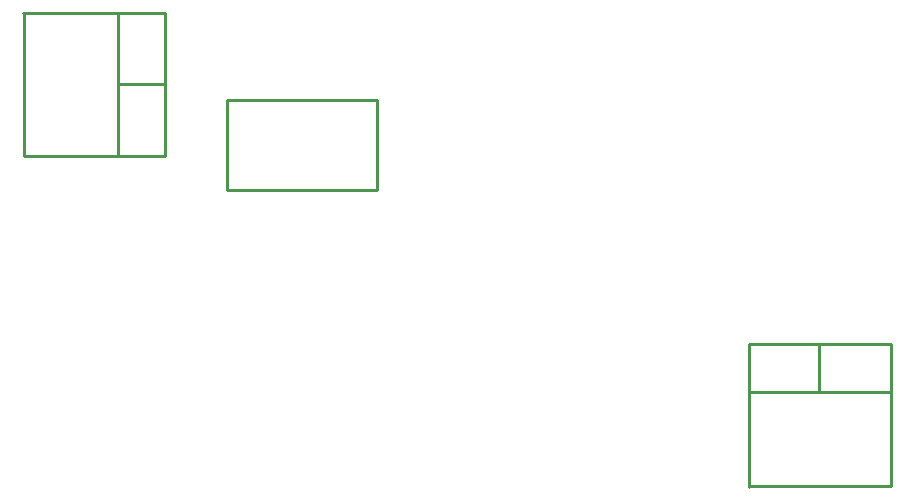
<source format=gm1>
%FSLAX25Y25*%
%MOIN*%
G70*
G01*
G75*
G04 Layer_Color=16711935*
%ADD10R,0.05906X0.03937*%
%ADD11R,0.02362X0.07087*%
%ADD12R,0.17716X0.18898*%
%ADD13R,0.06693X0.04331*%
%ADD14R,0.03937X0.05906*%
%ADD15R,0.02756X0.03543*%
%ADD16R,0.03543X0.02756*%
%ADD17R,0.09646X0.08465*%
%ADD18R,0.06102X0.09646*%
%ADD19R,0.05512X0.11811*%
%ADD20R,0.03937X0.09449*%
%ADD21C,0.10000*%
%ADD22C,0.03000*%
%ADD23C,0.01000*%
%ADD24C,0.03500*%
%ADD25C,0.06000*%
%ADD26C,0.02500*%
%ADD27C,0.05000*%
%ADD28C,0.15000*%
%ADD29R,0.05906X0.05906*%
%ADD30C,0.05906*%
%ADD31O,0.07874X0.11811*%
%ADD32R,0.05906X0.05906*%
%ADD33C,0.14900*%
%ADD34C,0.09843*%
%ADD35O,0.11811X0.07874*%
%ADD36C,0.05000*%
%ADD37C,0.00984*%
%ADD38C,0.00800*%
%ADD39C,0.00787*%
%ADD40C,0.00600*%
%ADD41R,0.06706X0.04737*%
%ADD42R,0.03162X0.07887*%
%ADD43R,0.18517X0.19698*%
%ADD44R,0.07493X0.05131*%
%ADD45R,0.04737X0.06706*%
%ADD46R,0.03556X0.04343*%
%ADD47R,0.04343X0.03556*%
%ADD48R,0.10446X0.09265*%
%ADD49R,0.06902X0.10446*%
%ADD50R,0.06312X0.12611*%
%ADD51R,0.04737X0.10249*%
%ADD52C,0.15800*%
%ADD53R,0.06706X0.06706*%
%ADD54C,0.06706*%
%ADD55O,0.08674X0.12611*%
%ADD56R,0.06706X0.06706*%
%ADD57C,0.15700*%
%ADD58C,0.10642*%
%ADD59O,0.12611X0.08674*%
%ADD60C,0.05800*%
D23*
X242000Y47626D02*
X289437D01*
X242000Y382D02*
X289437D01*
X242000Y252D02*
Y47500D01*
X289437Y382D02*
Y47626D01*
X265500Y31878D02*
Y47626D01*
X265000Y31878D02*
X289311D01*
X242000D02*
X265500D01*
X68000Y129000D02*
X118000D01*
X68000Y99000D02*
X118000D01*
X68000D02*
Y114000D01*
Y129000D01*
X118000Y114000D02*
Y129000D01*
Y99000D02*
Y114000D01*
X47626Y110563D02*
Y158000D01*
X382Y110563D02*
Y158000D01*
X252D02*
X47500D01*
X382Y110563D02*
X47626D01*
X31878Y134500D02*
X47626D01*
X31878Y110689D02*
Y135000D01*
Y134500D02*
Y158000D01*
M02*

</source>
